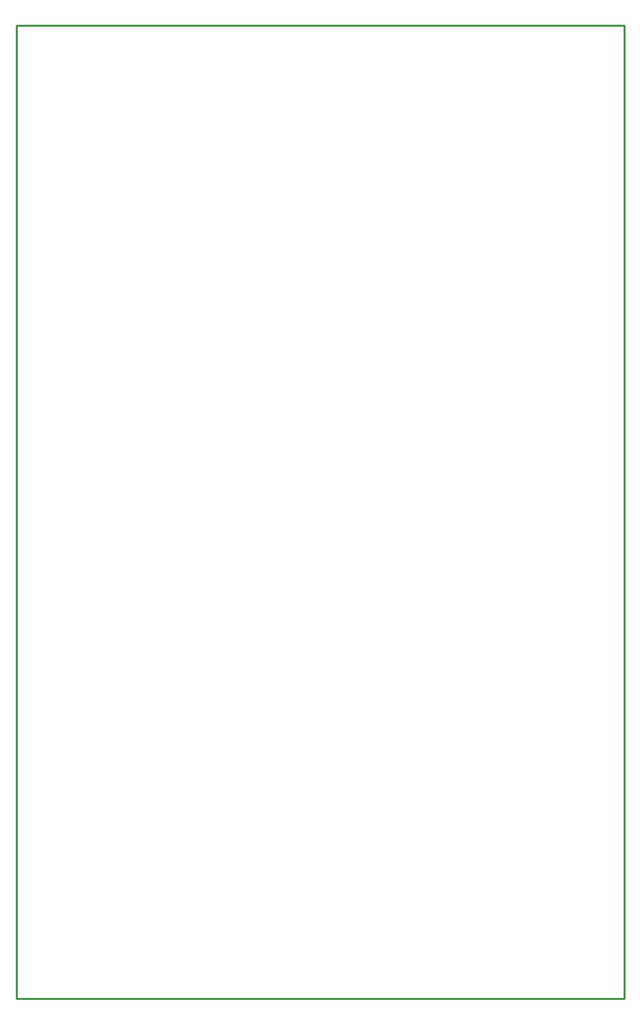
<source format=gko>
G04 Layer: BoardOutline*
G04 EasyEDA v6.2.34, 2019-08-10T09:13:35--4:00*
G04 cec1feb412d9436ebb02216d70db0232,603e5982b1a64880906022400fb7a34d,10*
G04 Gerber Generator version 0.2*
G04 Scale: 100 percent, Rotated: No, Reflected: No *
G04 Dimensions in millimeters *
G04 leading zeros omitted , absolute positions ,3 integer and 3 decimal *
%FSLAX33Y33*%
%MOMM*%
G90*
G71D02*

%ADD10C,0.254000*%
G54D10*
G01X0Y119999D02*
G01X75000Y119999D01*
G01X75000Y0D01*
G01X0Y0D01*
G01X0Y119999D01*

%LPD*%
M00*
M02*

</source>
